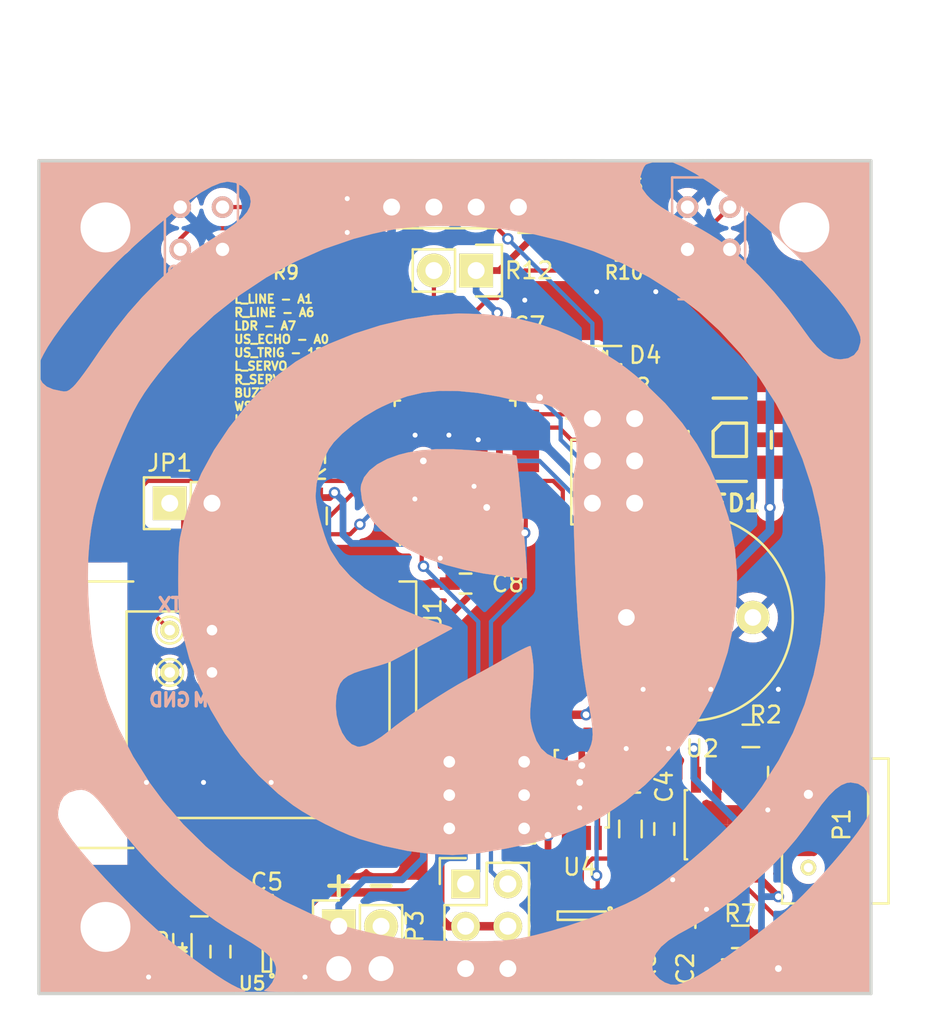
<source format=kicad_pcb>
(kicad_pcb (version 20221018) (generator pcbnew)
  (layers (0 "F.Cu" signal) (31 "B.Cu" signal) (34 "B.Paste" user) (35 "F.Paste" user) (36 "B.SilkS" user "B.Silkscreen") (37 "F.SilkS" user "F.Silkscreen") (38 "B.Mask" user) (39 "F.Mask" user) (44 "Edge.Cuts" user))
  (net 0 "")
  (net 1 "BUZZER")
  (net 2 "GND")
  (net 3 "+5V")
  (net 4 "+BATT")
  (net 5 "GNDA")
  (net 6 "Net-(C5-Pad1)")
  (net 7 "+3V3")
  (net 8 "Net-(D1-Pad1)")
  (net 9 "Net-(D2-Pad1)")
  (net 10 "L_SERVO")
  (net 11 "R_SERVO")
  (net 12 "MOSI")
  (net 13 "MISO")
  (net 14 "SCK")
  (net 15 "Net-(IC1-Pad20)")
  (net 16 "LDR_SENSOR")
  (net 17 "ECHO_US1")
  (net 18 "RESET")
  (net 19 "RXD")
  (net 20 "TXD")
  (net 21 "URXD_ESP")
  (net 22 "Net-(P1-Pad2)")
  (net 23 "Net-(P1-Pad3)")
  (net 24 "Net-(P1-Pad4)")
  (net 25 "PGM_ESP")
  (net 26 "VDD")
  (net 27 "Net-(QRD1-PadA)")
  (net 28 "Net-(QRD2-PadA)")
  (net 29 "Net-(R2-Pad1)")
  (net 30 "Net-(R6-Pad2)")
  (net 31 "Net-(R7-Pad2)")
  (net 32 "Net-(R8-Pad2)")
  (net 33 "Net-(SW1-Pad1)")
  (net 34 "Net-(SW1-Pad2)")
  (net 35 "Net-(SW1-Pad3)")
  (net 36 "Net-(SW1-Pad4)")
  (net 37 "Net-(U1-Pad15)")
  (net 38 "Net-(U1-Pad5)")
  (net 39 "Net-(U1-Pad6)")
  (net 40 "Net-(U1-Pad9)")
  (net 41 "Net-(U1-Pad10)")
  (net 42 "Net-(U1-Pad12)")
  (net 43 "Net-(U1-Pad13)")
  (net 44 "Net-(U1-Pad14)")
  (net 45 "OD")
  (net 46 "OC")
  (net 47 "Net-(U3-Pad4)")
  (net 48 "Net-(U4-Pad1)")
  (net 49 "R_LINE")
  (net 50 "L_LINE")
  (net 51 "Net-(IC1-Pad12)")
  (net 52 "Net-(IC1-Pad7)")
  (net 53 "Net-(IC1-Pad8)")
  (net 54 "Net-(LED1-Pad2)")
  (net 55 "Net-(IC1-Pad13)")
  (net 56 "Net-(IC1-Pad14)")
  (net 57 "Net-(IC1-Pad26)")
  (net 58 "Net-(IC1-Pad27)")
  (net 59 "Net-(IC1-Pad28)")
  (net 60 "Net-(IC1-Pad32)")
  (net 61 "Net-(IC1-Pad1)")
  (net 62 "Net-(IC1-Pad10)")
  (net 63 "Net-(IC1-Pad25)")
  (net 64 "Net-(R1-Pad1)")
  (net 65 "Net-(D3-Pad2)")
  (net 66 "Net-(D4-Pad2)")
  (footprint "Buzzers_Beepers:Buzzer_12x9.5RM7.6" (layer "F.Cu") (at 54.102 42.418)
    (fp_text reference "BZ1")
    (fp_text value "BUZZER")
  )
  (footprint "Capacitors_SMD:C_0603_HandSoldering" (layer "F.Cu") (at 62.23 49.53)
    (fp_text reference "C1")
    (fp_text value "10u")
  )
  (footprint "Capacitors_SMD:C_0603_HandSoldering" (layer "F.Cu") (at 53.848 60.706 90)
    (fp_text reference "C2")
    (fp_text value "10u")
  )
  (footprint "Capacitors_SMD:C_0603_HandSoldering" (layer "F.Cu") (at 50.038 60.706 -90)
    (fp_text reference "C3")
    (fp_text value "100n")
  )
  (footprint "Capacitors_SMD:C_0603_HandSoldering" (layer "F.Cu") (at 52.578 55.118 90)
    (fp_text reference "C4")
    (fp_text value "1u")
  )
  (footprint "Capacitors_SMD:C_0603_HandSoldering" (layer "F.Cu") (at 28.702 59.69)
    (fp_text reference "C5")
    (fp_text value "100n")
  )
  (footprint "Capacitors_SMD:C_0603_HandSoldering" (layer "F.Cu") (at 25.908 62.484 -90)
    (fp_text reference "C6")
    (fp_text value "1u")
  )
  (footprint "Capacitors_SMD:C_0603_HandSoldering" (layer "F.Cu") (at 43.18 26.035)
    (fp_text reference "C7")
    (fp_text value "100n")
  )
  (footprint "Capacitors_SMD:C_0603_HandSoldering" (layer "F.Cu") (at 40.64 40.386 180)
    (fp_text reference "C8")
    (fp_text value "100n")
  )
  (footprint "LEDs:LED-0603" (layer "F.Cu") (at 61.595 63.5 180)
    (fp_text reference "D1")
    (fp_text value "CHRG")
  )
  (footprint "LEDs:LED-0603" (layer "F.Cu") (at 57.15 63.5)
    (fp_text reference "D2")
    (fp_text value "STDBY")
  )
  (footprint "LEDs:LED-0603" (layer "F.Cu") (at 23.622 62.23 90)
    (fp_text reference "D3")
    (fp_text value "PWR")
  )
  (footprint "LEDs:LED-0603" (layer "F.Cu") (at 48.895 26.67 180)
    (fp_text reference "D4")
    (fp_text value "L13")
  )
  (footprint "Housings_QFP:TQFP-32_7x7mm_Pitch0.8mm" (layer "F.Cu") (at 40.005 33.02 90)
    (fp_text reference "IC1")
    (fp_text value "ATMEGA328P-A")
  )
  (footprint "Pin_Headers:Pin_Header_Straight_1x02" (layer "F.Cu") (at 22.86 35.56 90)
    (fp_text reference "JP1")
    (fp_text value "ESP_RX")
  )
  (footprint "Connect:PINTST" (layer "F.Cu") (at 25.4 45.72)
    (fp_text reference "P2" hide)
    (fp_text value "TST")
  )
  (footprint "Pin_Headers:Pin_Header_Straight_1x02" (layer "F.Cu") (at 33.02 60.96 90)
    (fp_text reference "P3")
    (fp_text value "BATT")
  )
  (footprint "Connect:PINTST" (layer "F.Cu") (at 25.4 43.18)
    (fp_text reference "P4" hide)
    (fp_text value "TST")
  )
  (footprint "Connect:PINTST" (layer "F.Cu") (at 22.86 43.18)
    (fp_text reference "P5" hide)
    (fp_text value "TST")
  )
  (footprint "Connect:PINTST" (layer "F.Cu") (at 22.86 45.72)
    (fp_text reference "P6" hide)
    (fp_text value "TST")
  )
  (footprint "Pin_Headers:Pin_Header_Straight_2x03" (layer "F.Cu") (at 48.26 30.48)
    (fp_text reference "P8")
    (fp_text value "ICSP")
  )
  (footprint "Resistors_SMD:R_0603_HandSoldering" (layer "F.Cu") (at 57.785 49.53 180)
    (fp_text reference "R2")
    (fp_text value "1K2")
  )
  (footprint "Resistors_SMD:R_0603_HandSoldering" (layer "F.Cu") (at 61.595 61.595 180)
    (fp_text reference "R6")
    (fp_text value "1K")
  )
  (footprint "Resistors_SMD:R_0603_HandSoldering" (layer "F.Cu") (at 57.15 61.595)
    (fp_text reference "R7")
    (fp_text value "1K")
  )
  (footprint "Resistors_SMD:R_0603_HandSoldering" (layer "F.Cu") (at 51.562 60.706 -90)
    (fp_text reference "R8")
    (fp_text value "100")
  )
  (footprint "Pin_Headers:Pin_Header_Straight_1x02" (layer "F.Cu") (at 41.275 21.59 -90)
    (fp_text reference "R12")
    (fp_text value "LDR")
  )
  (footprint "Resistors_SMD:R_0603_HandSoldering" (layer "F.Cu") (at 29.845 17.78 180)
    (fp_text reference "R14")
    (fp_text value "220")
  )
  (footprint "Resistors_SMD:R_0603_HandSoldering" (layer "F.Cu") (at 50.165 17.78)
    (fp_text reference "R15")
    (fp_text value "220")
  )
  (footprint "RoDI:SW_DPDT_5.8" (layer "F.Cu") (at 41.91 53.086 -90)
    (fp_text reference "SW1")
    (fp_text value "ON_OFF")
  )
  (footprint "RoDI:ESP8266_ESP-07" (layer "F.Cu") (at 26.67 48.26 180)
    (fp_text reference "U1")
    (fp_text value "ESP8266-07")
  )
  (footprint "Housings_SOIC:SOIC-8-1EP_3.9x4.9mm_Pitch1.27mm" (layer "F.Cu") (at 56.388 54.864 -90)
    (fp_text reference "U2")
    (fp_text value "TP4056")
  )
  (footprint "TO_SOT_Packages_SMD:SOT-23-6" (layer "F.Cu") (at 47.625 60.325 -90)
    (fp_text reference "U3")
    (fp_text value "DW01-G")
  )
  (footprint "Housings_SSOP:TSSOP-8_4.4x3mm_Pitch0.65mm" (layer "F.Cu") (at 47.625 52.705 -90)
    (fp_text reference "U4")
    (fp_text value "FS8205")
  )
  (footprint "TO_SOT_Packages_SMD:SOT-23-5" (layer "F.Cu") (at 28.702 62.23 180)
    (fp_text reference "U5")
    (fp_text value "SGM2019")
  )
  (footprint "Pin_Headers:Pin_Header_Straight_1x04" (layer "F.Cu") (at 43.815 17.78 -90)
    (fp_text reference "P12")
    (fp_text value "US1")
  )
  (footprint "Mounting_Holes:MountingHole_3mm" (layer "F.Cu") (at 19 19)
    (fp_text reference "REF**" hide)
    (fp_text value "MountingHole_3mm")
  )
  (footprint "Mounting_Holes:MountingHole_3mm" (layer "F.Cu") (at 61 19)
    (fp_text reference "REF**" hide)
    (fp_text value "MountingHole_3mm")
  )
  (footprint "RoDI:RoDI_Logo_CopperTop_5mm_Inv" (layer "F.Cu") (at 23.255 25.757)
    (fp_text reference "G***" hide)
    (fp_text value "RoDI_Logo_CopperTop_5mm_Inv" hide)
  )
  (footprint "RoDI:RoDI_Logo_SoldermaskTop_5mm" (layer "F.Cu") (at 59.69 24.765)
    (fp_text reference "G***" hide)
    (fp_text value "RoDI_Logo_SoldermaskTop_5mm" hide)
  )
  (footprint "RoDI:VIA-0.6mm" (layer "F.Cu") (at 39.116 38.862)
    (fp_text reference "REF**" hide)
    (fp_text value "VIA-0.6mm" hide)
  )
  (footprint "RoDI:VIA-0.6mm" (layer "F.Cu") (at 37.592 35.306)
    (fp_text reference "REF**" hide)
    (fp_text value "VIA-0.6mm" hide)
  )
  (footprint "RoDI:VIA-0.6mm" (layer "F.Cu") (at 41.148 34.544)
    (fp_text reference "REF**" hide)
    (fp_text value "VIA-0.6mm" hide)
  )
  (footprint "RoDI:VIA-0.6mm" (layer "F.Cu") (at 37.606 31.472)
    (fp_text reference "REF**" hide)
    (fp_text value "VIA-0.6mm" hide)
  )
  (footprint "RoDI:VIA-0.6mm" (layer "F.Cu") (at 39.638 31.472)
    (fp_text reference "REF**" hide)
    (fp_text value "VIA-0.6mm" hide)
  )
  (footprint "RoDI:VIA-0.6mm" (layer "F.Cu") (at 41.402 31.75)
    (fp_text reference "REF**" hide)
    (fp_text value "VIA-0.6mm" hide)
  )
  (footprint "RoDI:VIA-0.6mm" (layer "F.Cu") (at 52.832 50.292)
    (fp_text reference "REF**" hide)
    (fp_text value "VIA-0.6mm" hide)
  )
  (footprint "RoDI:VIA-0.6mm" (layer "F.Cu") (at 53.086 58.166)
    (fp_text reference "REF**" hide)
    (fp_text value "VIA-0.6mm" hide)
  )
  (footprint "RoDI:VIA-0.6mm" (layer "F.Cu") (at 50.292 50.292)
    (fp_text reference "REF**" hide)
    (fp_text value "VIA-0.6mm" hide)
  )
  (footprint "RoDI:VIA-0.6mm" (layer "F.Cu") (at 55.118 59.944)
    (fp_text reference "REF**" hide)
    (fp_text value "VIA-0.6mm" hide)
  )
  (footprint "RoDI:VIA-0.6mm" (layer "F.Cu") (at 21.463 52.324)
    (fp_text reference "REF**" hide)
    (fp_text value "VIA-0.6mm" hide)
  )
  (footprint "RoDI:VIA-0.6mm" (layer "F.Cu") (at 28.956 52.324)
    (fp_text reference "REF**" hide)
    (fp_text value "VIA-0.6mm" hide)
  )
  (footprint "RoDI:VIA-0.6mm" (layer "F.Cu") (at 24.892 52.324)
    (fp_text reference "REF**11" hide)
    (fp_text value "VIA-0.6mm" hide)
  )
  (footprint "RoDI:VIA-0.6mm" (layer "F.Cu") (at 59.436 46.736)
    (fp_text reference "REF**" hide)
    (fp_text value "VIA-0.6mm" hide)
  )
  (footprint "RoDI:VIA-0.6mm" (layer "F.Cu") (at 55.372 46.736)
    (fp_text reference "REF**" hide)
    (fp_text value "VIA-0.6mm" hide)
  )
  (footprint "RoDI:VIA-0.6mm" (layer "F.Cu") (at 51.308 46.736)
    (fp_text reference "REF**" hide)
    (fp_text value "VIA-0.6mm" hide)
  )
  (footprint "RoDI:VIA-0.6mm" (layer "F.Cu") (at 44.196 23.368)
    (fp_text reference "REF**" hide)
    (fp_text value "VIA-0.6mm" hide)
  )
  (footprint "RoDI:VIA-0.6mm" (layer "F.Cu") (at 48.514 22.86)
    (fp_text reference "REF**" hide)
    (fp_text value "VIA-0.6mm" hide)
  )
  (footprint "RoDI:VIA-0.6mm" (layer "F.Cu") (at 52.07 22.86)
    (fp_text reference "REF**" hide)
    (fp_text value "VIA-0.6mm" hide)
  )
  (footprint "RoDI:VIA-0.6mm" (layer "F.Cu") (at 33.528 17.272)
    (fp_text reference "REF**" hide)
    (fp_text value "VIA-0.6mm" hide)
  )
  (footprint "RoDI:VIA-0.6mm" (layer "F.Cu") (at 33.528 19.304)
    (fp_text reference "REF**" hide)
    (fp_text value "VIA-0.6mm" hide)
  )
  (footprint "RoDI:VIA-0.6mm" (layer "F.Cu") (at 21.59 64.008)
    (fp_text reference "REF**" hide)
    (fp_text value "VIA-0.6mm" hide)
  )
  (footprint "RoDI:WS2812B" (layer "F.Cu") (at 56.515 31.75 -90)
    (fp_text reference "LED1")
    (fp_text value "WS2812B")
  )
  (footprint "Pin_Headers:Pin_Header_Straight_2x03" (layer "F.Cu") (at 40.64 58.42)
    (fp_text reference "P7")
    (fp_text value "CONN_02X03")
  )
  (footprint "Resistors_SMD:R_0603_HandSoldering" (layer "F.Cu") (at 50.546 55.118 90)
    (fp_text reference "R1")
    (fp_text value "1K")
  )
  (footprint "Resistors_SMD:R_0603_HandSoldering" (layer "F.Cu") (at 40.005 25.4 -90)
    (fp_text reference "R3")
    (fp_text value "1K")
  )
  (footprint "Resistors_SMD:R_0603_HandSoldering" (layer "F.Cu") (at 24.638 59.69 180)
    (fp_text reference "R4")
    (fp_text value "1K")
  )
  (footprint "Resistors_SMD:R_0603_HandSoldering" (layer "F.Cu") (at 46.355 27.94 90)
    (fp_text reference "R5")
    (fp_text value "1K")
  )
  (footprint "Mounting_Holes:MountingHole_3mm" (layer "F.Cu") (at 19 61)
    (fp_text reference "REF**" hide)
    (fp_text value "MountingHole_3mm")
  )
  (footprint "Resistors_SMD:R_0603_HandSoldering" (layer "F.Cu") (at 29.845 20.32)
    (fp_text reference "R9")
    (fp_text value "10K")
  )
  (footprint "Resistors_SMD:R_0603_HandSoldering" (layer "F.Cu") (at 50.165 20.32 180)
    (fp_text reference "R10")
    (fp_text value "10K")
  )
  (footprint "Resistors_SMD:R_0603_HandSoldering" (layer "F.Cu") (at 29.718 36.322 -90)
    (fp_text reference "R11")
    (fp_text value "10K")
  )
  (footprint "Resistors_SMD:R_0603_HandSoldering" (layer "F.Cu") (at 31.623 36.322 -90)
    (fp_text reference "R13")
    (fp_text value "10K")
  )
  (footprint "RoDI:VIA-0.6mm" (layer "F.Cu") (at 30.988 64.008)
    (fp_text reference "REF**11" hide)
    (fp_text value "VIA-0.6mm" hide)
  )
  (footprint "RoDI:VIA-0.6mm" (layer "F.Cu") (at 47.498 53.848)
    (fp_text reference "REF**" hide)
    (fp_text value "VIA-0.6mm" hide)
  )
  (footprint "RoDI:hole_1.5mm" (layer "F.Cu") (at 33.02 63.5)
    (fp_text reference "REF**" hide)
    (fp_text value "hole_1.5mm" hide)
  )
  (footprint "RoDI:hole_1.5mm" (layer "F.Cu") (at 35.56 63.5)
    (fp_text reference "REF**" hide)
    (fp_text value "hole_1.5mm" hide)
  )
  (footprint "RoDI:USB_Micro-B" (layer "F.Cu") (at 62.24 55.24 90)
    (fp_text reference "P1")
    (fp_text value "USB_OTG")
  )
  (footprint "RoDI:VIA-0.6mm" (layer "F.Cu") (at 58.801 53.975)
    (fp_text reference "REF**11" hide)
    (fp_text value "VIA-0.6mm" hide)
  )
  (footprint "RoDI:QRD1114" (layer "B.Cu") (at 24.765 19.05)
    (fp_text reference "QRD1")
    (fp_text value "L_LINE")
  )
  (footprint "RoDI:QRD1114" (layer "B.Cu") (at 55.245 19.05)
    (fp_text reference "QRD2")
    (fp_text value "R_LINE")
  )
  (footprint "RoDI:RoDI_Logo_SilkscreenTop_50mm_Inv" (layer "B.Cu") (at 40.005 39.878 180)
    (fp_text reference "G***" hide)
    (fp_text value "RoDI_Logo_SilkscreenTop_50mm_Inv" hide)
  )
  (gr_line (start 65 65) (end 15 65) (stroke (width 0.2)) (layer "Edge.Cuts"))
  (gr_line (start 15 65) (end 15 15) (stroke (width 0.2)) (layer "Edge.Cuts"))
  (gr_line (start 65 15) (end 65 65) (stroke (width 0.2)) (layer "Edge.Cuts"))
  (gr_line (start 15 15) (end 65 15) (stroke (width 0.2)) (layer "Edge.Cuts"))
  (gr_text "@garyservin\nv1.2 - 20160504" (at 17.145 27.051 270) (layer "F.Cu") (effects (font (size 1 1) (thickness 0.1778))))
  (gr_text "RX" (at 25.527 41.656) (layer "B.SilkS") (effects (font (size 0.8 0.8) (thickness 0.2)) (justify mirror)))
  (gr_text "PGM" (at 25.527 47.371) (layer "B.SilkS") (effects (font (size 0.8 0.8) (thickness 0.2)) (justify mirror)))
  (gr_text "GND\n" (at 22.86 47.371) (layer "B.SilkS") (effects (font (size 0.8 0.8) (thickness 0.2)) (justify mirror)))
  (gr_text "TX" (at 22.86 41.656) (layer "B.SilkS") (effects (font (size 0.8 0.8) (thickness 0.2)) (justify mirror)))
  (gr_text "-" (at 35.56 58.42) (layer "F.SilkS") (effects (font (size 1.5 1.5) (thickness 0.25))))
  (gr_text "+" (at 33.02 58.42) (layer "F.SilkS") (effects (font (size 1.5 1.5) (thickness 0.25))))
  (gr_text "L_LINE - A1 \nR_LINE - A6\nLDR - A7\nUS_ECHO - A0\nUS_TRIG - 12\nL_SERVO - 4\nR_SERVO - 5\nBUZZER - 7\nWS2812 - 11\nLED - 13\n" (at 26.67 26.924) (layer "F.SilkS") (effects (font (size 0.5 0.5) (thickness 0.125)) (justify left)))
  (segment (start 45.904 34.22) (end 46.482 34.798) (width 0.254) (layer "F.Cu") (net 1))
  (segment (start 46.482 34.798) (end 46.482 36.068) (width 0.254) (layer "F.Cu") (net 1))
  (segment (start 46.482 36.068) (end 46.482 36.322) (width 0.254) (layer "F.Cu") (net 1))
  (segment (start 46.482 38.59784) (end 50.30216 42.418) (width 0.254) (layer "F.Cu") (net 1))
  (segment (start 46.482 36.322) (end 46.482 38.59784) (width 0.254) (layer "F.Cu") (net 1))
  (segment (start 44.255 34.22) (end 45.904 34.22) (width 0.254) (layer "F.Cu") (net 1))
  (segment (start 56.825 49.67) (end 56.685 49.53) (width 0.4064) (layer "F.Cu") (net 2))
  (segment (start 40.405 38.335) (end 40.005 38.735) (width 0.508) (layer "F.Cu") (net 2))
  (segment (start 40.005 38.735) (end 39.37 38.735) (width 0.508) (layer "F.Cu") (net 2))
  (segment (start 38.805 38.17) (end 39.37 38.735) (width 0.4) (layer "F.Cu") (net 2))
  (segment (start 38.805 35.109) (end 39.605 34.309) (width 0.508) (layer "F.Cu") (net 2))
  (segment (start 39.605 34.309) (end 39.605 28.77) (width 0.508) (layer "F.Cu") (net 2))
  (segment (start 53.848 58.928) (end 53.086 58.166) (width 0.508) (layer "F.Cu") (net 2))
  (segment (start 30.988 62.738) (end 30.48 62.23) (width 0.508) (layer "F.Cu") (net 2))
  (segment (start 30.48 62.23) (end 29.802 62.23) (width 0.508) (layer "F.Cu") (net 2))
  (segment (start 47.625 55.655) (end 47.95 55.655) (width 0.4064) (layer "F.Cu") (net 2))
  (segment (start 47.625 53.975) (end 47.498 53.848) (width 0.508) (layer "F.Cu") (net 2))
  (segment (start 63.18 51.54254) (end 63.37746 51.74) (width 0.508) (layer "F.Cu") (net 2))
  (segment (start 58.8351 53.9409) (end 58.801 53.975) (width 0.508) (layer "F.Cu") (net 2))
  (segment (start 47.3 55.655) (end 47.625 55.655) (width 0.4064) (layer "F.Cu") (net 2))
  (segment (start 47.625 55.655) (end 47.625 53.975) (width 0.508) (layer "F.Cu") (net 2))
  (segment (start 63.18 49.53) (end 63.18 51.54254) (width 0.508) (layer "F.Cu") (net 2))
  (segment (start 38.805 37.27) (end 38.805 35.109) (width 0.508) (layer "F.Cu") (net 2))
  (segment (start 39.605 28.77) (end 39.605 26.9) (width 0.508) (layer "F.Cu") (net 2))
  (segment (start 38.805 37.27) (end 38.805 38.17) (width 0.508) (layer "F.Cu") (net 2))
  (segment (start 53.848 59.756) (end 53.848 58.928) (width 0.508) (layer "F.Cu") (net 2))
  (segment (start 30.988 64.008) (end 30.988 62.738) (width 0.508) (layer "F.Cu") (net 2))
  (segment (start 40.405 38.335) (end 40.405 37.27) (width 0.508) (layer "F.Cu") (net 2))
  (segment (start 60.45246 53.9409) (end 58.8351 53.9409) (width 0.508) (layer "F.Cu") (net 2))
  (segment (start 59.436 63.5) (end 60.8457 63.5) (width 0.4064) (layer "F.Cu") (net 3))
  (segment (start 54.356 50.292) (end 54.483 50.419) (width 0.4064) (layer "F.Cu") (net 3))
  (segment (start 54.483 52.164) (end 54.483 50.419) (width 0.4064) (layer "F.Cu") (net 3))
  (segment (start 58.293 58.039) (end 59.436 59.182) (width 0.4064) (layer "F.Cu") (net 3))
  (segment (start 59.3111 56.5459) (end 58.293 57.564) (width 0.4064) (layer "F.Cu") (net 3))
  (segment (start 61.5691 56.5409) (end 62.23 55.88) (width 0.4064) (layer "F.Cu") (net 3))
  (segment (start 62.23 55.88) (end 62.23 50.48) (width 0.4064) (layer "F.Cu") (net 3))
  (segment (start 62.23 50.48) (end 61.28 49.53) (width 0.4064) (layer "F.Cu") (net 3))
  (segment (start 60.49246 56.5459) (end 59.3111 56.5459) (width 0.4064) (layer "F.Cu") (net 3))
  (segment (start 57.8993 63.5) (end 59.436 63.5) (width 0.4064) (layer "F.Cu") (net 3))
  (segment (start 60.67746 56.5409) (end 61.5691 56.5409) (width 0.4064) (layer "F.Cu") (net 3))
  (segment (start 58.293 57.564) (end 58.293 58.039) (width 0.4064) (layer "F.Cu") (net 3))
  (via (at 59.436 63.5) (size 0.6858) (drill 0.4064) (layers "F.Cu" "B.Cu") (net 3))
  (via (at 54.356 50.292) (size 0.6858) (drill 0.4064) (layers "F.Cu" "B.Cu") (net 3))
  (via (at 59.436 59.182) (size 0.6858) (drill 0.4064) (layers "F.Cu" "B.Cu") (net 3))
  (segment (start 58.42 62.484) (end 59.436 63.5) (width 0.4064) (layer "B.Cu") (net 3))
  (segment (start 58.42 62.484) (end 58.42 59.182) (width 0.4064) (layer "B.Cu") (net 3))
  (segment (start 58.42 56.134) (end 54.356 52.07) (width 0.4064) (layer "B.Cu") (net 3))
  (segment (start 54.356 52.07) (end 54.356 50.292) (width 0.4064) (layer "B.Cu") (net 3))
  (segment (start 59.436 59.182) (end 58.42 59.182) (width 0.4064) (layer "B.Cu") (net 3))
  (segment (start 58.42 59.182) (end 58.42 56.134) (width 0.4064) (layer "B.Cu") (net 3))
  (segment (start 52.987 56.068) (end 54.483 57.564) (width 0.4064) (layer "F.Cu") (net 4))
  (segment (start 51.412 59.756) (end 51.562 59.606) (width 0.4064) (layer "F.Cu") (net 4))
  (segment (start 53.612 61.656) (end 51.562 59.606) (width 0.4064) (layer "F.Cu") (net 4))
  (segment (start 51.562 57.084) (end 52.578 56.068) (width 0.4064) (layer "F.Cu") (net 4))
  (segment (start 39.751 53.086) (end 41.148 51.689) (width 0.4064) (layer "F.Cu") (net 4))
  (segment (start 41.148 51.689) (end 41.148 48.641) (width 0.4064) (layer "F.Cu") (net 4))
  (segment (start 41.148 48.641) (end 43.18 46.609) (width 0.4064) (layer "F.Cu") (net 4))
  (segment (start 43.18 46.609) (end 48.768 46.609) (width 0.4064) (layer "F.Cu") (net 4))
  (segment (start 48.768 46.609) (end 51.562 49.403) (width 0.4064) (layer "F.Cu") (net 4))
  (segment (start 51.562 49.403) (end 51.562 51.308) (width 0.4064) (layer "F.Cu") (net 4))
  (segment (start 51.562 51.308) (end 54.483 54.229) (width 0.4064) (layer "F.Cu") (net 4))
  (segment (start 54.483 54.229) (end 54.483 57.564) (width 0.4064) (layer "F.Cu") (net 4))
  (segment (start 52.578 56.068) (end 52.987 56.068) (width 0.4064) (layer "F.Cu") (net 4))
  (segment (start 51.562 59.606) (end 51.562 57.084) (width 0.4064) (layer "F.Cu") (net 4))
  (segment (start 50.038 59.756) (end 51.412 59.756) (width 0.4064) (layer "F.Cu") (net 4))
  (segment (start 53.848 61.656) (end 53.612 61.656) (width 0.4064) (layer "F.Cu") (net 4))
  (segment (start 39.66 53.086) (end 39.751 53.086) (width 0.4064) (layer "F.Cu") (net 4))
  (segment (start 33.02 59.69) (end 34.544 58.166) (width 0.4064) (layer "B.Cu") (net 4))
  (segment (start 34.544 58.166) (end 36.83 58.166) (width 0.4064) (layer "B.Cu") (net 4))
  (segment (start 36.83 58.166) (end 38.1 56.896) (width 0.4064) (layer "B.Cu") (net 4))
  (segment (start 38.1 56.896) (end 38.1 54.646) (width 0.4064) (layer "B.Cu") (net 4))
  (segment (start 38.1 54.646) (end 39.66 53.086) (width 0.4064) (layer "B.Cu") (net 4))
  (segment (start 33.02 60.96) (end 33.02 59.69) (width 0.4064) (layer "B.Cu") (net 4))
  (segment (start 47.625 49.755) (end 47.95 49.755) (width 0.4) (layer "F.Cu") (net 5))
  (segment (start 49.807 61.425) (end 50.038 61.656) (width 0.4064) (layer "F.Cu") (net 5))
  (segment (start 47.625 49.755) (end 47.625 51.308) (width 0.4064) (layer "F.Cu") (net 5))
  (segment (start 35.56 61.468) (end 36.322 62.23) (width 0.4064) (layer "F.Cu") (net 5))
  (segment (start 36.322 62.23) (end 44.704 62.23) (width 0.4064) (layer "F.Cu") (net 5))
  (segment (start 44.704 62.23) (end 45.466 61.468) (width 0.4064) (layer "F.Cu") (net 5))
  (segment (start 45.466 60.96) (end 45.974 60.452) (width 0.4064) (layer "F.Cu") (net 5))
  (segment (start 45.974 60.452) (end 48.26 60.452) (width 0.4064) (layer "F.Cu") (net 5))
  (segment (start 48.26 60.452) (end 48.575 60.767) (width 0.4064) (layer "F.Cu") (net 5))
  (segment (start 48.575 60.767) (end 48.575 61.425) (width 0.4064) (layer "F.Cu") (net 5))
  (segment (start 45.593 60.071) (end 45.974 60.452) (width 0.4064) (layer "F.Cu") (net 5))
  (segment (start 35.56 60.96) (end 35.56 61.468) (width 0.4064) (layer "F.Cu") (net 5))
  (segment (start 45.593 55.499) (end 45.593 60.071) (width 0.4064) (layer "F.Cu") (net 5))
  (segment (start 45.466 61.468) (end 45.466 60.96) (width 0.4064) (layer "F.Cu") (net 5))
  (segment (start 48.575 61.425) (end 49.807 61.425) (width 0.4064) (layer "F.Cu") (net 5))
  (segment (start 47.3 49.755) (end 47.625 49.755) (width 0.4064) (layer "F.Cu") (net 5))
  (via (at 47.625 51.308) (size 0.6858) (drill 0.4064) (layers "F.Cu" "B.Cu") (net 5))
  (via (at 45.593 55.499) (size 0.6858) (drill 0.4064) (layers "F.Cu" "B.Cu") (net 5))
  (segment (start 45.593 55.499) (end 46.609 54.483) (width 0.4064) (layer "B.Cu") (net 5))
  (segment (start 46.609 54.483) (end 46.609 51.943) (width 0.4064) (layer "B.Cu") (net 5))
  (segment (start 46.609 51.943) (end 47.244 51.308) (width 0.4064) (layer "B.Cu") (net 5))
  (segment (start 47.244 51.308) (end 47.625 51.308) (width 0.4064) (layer "B.Cu") (net 5))
  (segment (start 27.752 61.13) (end 27.602 61.28) (width 0.254) (layer "F.Cu") (net 6))
  (segment (start 27.752 59.69) (end 27.752 61.13) (width 0.254) (layer "F.Cu") (net 6))
  (segment (start 49.065 17.315) (end 47.625 15.875) (width 0.4064) (layer "F.Cu") (net 7))
  (segment (start 47.625 15.875) (end 32.385 15.875) (width 0.4064) (layer "F.Cu") (net 7))
  (segment (start 32.385 15.875) (end 30.945 17.315) (width 0.4064) (layer "F.Cu") (net 7))
  (segment (start 30.945 17.315) (end 30.945 17.78) (width 0.4064) (layer "F.Cu") (net 7))
  (segment (start 42.005 26.26) (end 42.23 26.035) (width 0.4064) (layer "F.Cu") (net 7))
  (segment (start 42.545 25.72) (end 42.23 26.035) (width 0.4064) (layer "F.Cu") (net 7))
  (segment (start 39.605 36.087) (end 39.878 35.814) (width 0.4064) (layer "F.Cu") (net 7))
  (segment (start 39.878 35.814) (end 41.148 35.814) (width 0.4064) (layer "F.Cu") (net 7))
  (segment (start 41.91 35.814) (end 42.672 35.052) (width 0.4064) (layer "F.Cu") (net 7))
  (segment (start 42.672 35.052) (end 42.672 30.734) (width 0.4064) (layer "F.Cu") (net 7))
  (segment (start 42.672 30.734) (end 42.005 30.067) (width 0.4064) (layer "F.Cu") (net 7))
  (segment (start 42.005 30.067) (end 42.005 28.77) (width 0.4064) (layer "F.Cu") (net 7))
  (segment (start 41.205 35.814) (end 41.148 35.814) (width 0.4064) (layer "F.Cu") (net 7))
  (segment (start 41.148 35.814) (end 41.91 35.814) (width 0.4064) (layer "F.Cu") (net 7))
  (segment (start 44.135 27.94) (end 44.196 28.001) (width 0.4064) (layer "F.Cu") (net 7))
  (segment (start 44.196 28.001) (end 42.23 26.035) (width 0.4064) (layer "F.Cu") (net 7))
  (segment (start 47.305 28.001) (end 48.26 28.956) (width 0.4064) (layer "F.Cu") (net 7))
  (segment (start 48.26 28.956) (end 50.292 28.956) (width 0.4064) (layer "F.Cu") (net 7))
  (segment (start 50.292 28.956) (end 50.8 29.464) (width 0.4064) (layer "F.Cu") (net 7))
  (segment (start 50.8 29.464) (end 50.8 30.48) (width 0.4064) (layer "F.Cu") (net 7))
  (segment (start 41.205 40.001) (end 41.59 40.386) (width 0.4064) (layer "F.Cu") (net 7))
  (segment (start 42.672 21.59) (end 46.482 17.78) (width 0.4064) (layer "F.Cu") (net 7))
  (segment (start 46.482 17.78) (end 49.065 17.78) (width 0.4064) (layer "F.Cu") (net 7))
  (segment (start 27.554 63.18) (end 25.908 61.534) (width 0.4064) (layer "F.Cu") (net 7))
  (segment (start 25.908 59.7965) (end 25.8015 59.69) (width 0.4064) (layer "F.Cu") (net 7))
  (segment (start 32.469 35.222) (end 32.766 34.925) (width 0.4064) (layer "F.Cu") (net 7))
  (segment (start 25.67 55.102) (end 26.416 54.356) (width 0.4064) (layer "F.Cu") (net 7))
  (segment (start 26.416 54.356) (end 35.052 54.356) (width 0.4064) (layer "F.Cu") (net 7))
  (segment (start 35.052 54.356) (end 35.67 54.974) (width 0.4064) (layer "F.Cu") (net 7))
  (segment (start 35.67 54.974) (end 35.67 56.26) (width 0.4064) (layer "F.Cu") (net 7))
  (segment (start 35.67 46.306) (end 41.59 40.386) (width 0.4064) (layer "F.Cu") (net 7))
  (segment (start 25.738 56.328) (end 25.67 56.26) (width 0.4064) (layer "F.Cu") (net 7))
  (segment (start 25.908 61.534) (end 25.908 59.7965) (width 0.4064) (layer "F.Cu") (net 7))
  (segment (start 31.623 35.222) (end 32.469 35.222) (width 0.4064) (layer "F.Cu") (net 7))
  (segment (start 27.602 63.18) (end 27.554 63.18) (width 0.4064) (layer "F.Cu") (net 7))
  (segment (start 35.67 56.26) (end 35.67 46.306) (width 0.4064) (layer "F.Cu") (net 7))
  (segment (start 29.718 35.222) (end 31.623 35.222) (width 0.4064) (layer "F.Cu") (net 7))
  (segment (start 44.196 28.001) (end 47.305 28.001) (width 0.4064) (layer "F.Cu") (net 7))
  (segment (start 41.275 21.59) (end 42.672 21.59) (width 0.4064) (layer "F.Cu") (net 7))
  (segment (start 49.065 17.78) (end 49.065 20.32) (width 0.4064) (layer "F.Cu") (net 7))
  (segment (start 39.605 37.27) (end 39.605 36.087) (width 0.4064) (layer "F.Cu") (net 7))
  (segment (start 41.205 37.27) (end 41.205 40.001) (width 0.4064) (layer "F.Cu") (net 7))
  (segment (start 42.005 28.77) (end 42.005 26.26) (width 0.4064) (layer "F.Cu") (net 7))
  (segment (start 25.738 59.69) (end 25.738 56.328) (width 0.4064) (layer "F.Cu") (net 7))
  (segment (start 25.67 56.26) (end 25.67 55.102) (width 0.4064) (layer "F.Cu") (net 7))
  (segment (start 49.065 17.78) (end 49.065 17.315) (width 0.4064) (layer "F.Cu") (net 7))
  (segment (start 42.545 25.72) (end 42.545 24.13) (width 0.4064) (layer "F.Cu") (net 7))
  (segment (start 30.945 17.78) (end 30.945 20.32) (width 0.4064) (layer "F.Cu") (net 7))
  (segment (start 41.205 37.27) (end 41.205 35.814) (width 0.4064) (layer "F.Cu") (net 7))
  (via (at 32.766 34.925) (size 0.6858) (drill 0.4064) (layers "F.Cu" "B.Cu") (net 7))
  (via (at 41.91 35.814) (size 0.6858) (drill 0.4064) (layers "F.Cu" "B.Cu") (net 7))
  (via (at 42.545 24.13) (size 0.6858) (drill 0.4) (layers "F.Cu" "B.Cu") (net 7))
  (segment (start 42.545 24.13) (end 41.275 22.86) (width 0.4064) (layer "B.Cu") (net 7))
  (segment (start 41.275 22.86) (end 41.275 21.59) (width 0.4064) (layer "B.Cu") (net 7))
  (segment (start 32.766 34.925) (end 33.274 35.433) (width 0.4064) (layer "B.Cu") (net 7))
  (segment (start 33.274 35.433) (end 33.274 37.465) (width 0.4064) (layer "B.Cu") (net 7))
  (segment (start 33.274 37.465) (end 33.782 37.973) (width 0.4064) (layer "B.Cu") (net 7))
  (segment (start 33.782 37.973) (end 39.751 37.973) (width 0.4064) (layer "B.Cu") (net 7))
  (segment (start 39.751 37.973) (end 41.91 35.814) (width 0.4064) (layer "B.Cu") (net 7))
  (segment (start 62.695 63.1493) (end 62.3443 63.5) (width 0.254) (layer "F.Cu") (net 8))
  (segment (start 62.695 61.595) (end 62.695 63.1493) (width 0.254) (layer "F.Cu") (net 8))
  (segment (start 56.05 63.1493) (end 56.4007 63.5) (width 0.254) (layer "F.Cu") (net 9))
  (segment (start 56.05 61.595) (end 56.05 63.1493) (width 0.254) (layer "F.Cu") (net 9))
  (segment (start 38.114 39.346) (end 38.005 39.237) (width 0.254) (layer "F.Cu") (net 10))
  (segment (start 38.005 37.27) (end 38.005 39.237) (width 0.254) (layer "F.Cu") (net 10))
  (via (at 38.114 39.346) (size 0.6858) (drill 0.4064) (layers "F.Cu" "B.Cu") (net 10))
  (segment (start 38.114 39.384) (end 41.402 42.672) (width 0.254) (layer "B.Cu") (net 10))
  (segment (start 41.402 42.672) (end 41.402 57.658) (width 0.254) (layer "B.Cu") (net 10))
  (segment (start 41.402 57.658) (end 40.64 58.42) (width 0.254) (layer "B.Cu") (net 10))
  (segment (start 38.114 39.346) (end 38.114 39.384) (width 0.254) (layer "B.Cu") (net 10))
  (segment (start 44.196 37.338) (end 44.255 37.279) (width 0.254) (layer "F.Cu") (net 11))
  (segment (start 44.255 35.82) (end 44.255 37.279) (width 0.254) (layer "F.Cu") (net 11))
  (via (at 44.196 37.338) (size 0.6858) (drill 0.4064) (layers "F.Cu" "B.Cu") (net 11))
  (segment (start 44.196 40.64) (end 42.164 42.672) (width 0.254) (layer "B.Cu") (net 11))
  (segment (start 42.164 42.672) (end 42.164 57.404) (width 0.254) (layer "B.Cu") (net 11))
  (segment (start 42.926 58.42) (end 42.164 57.658) (width 0.254) (layer "B.Cu") (net 11))
  (segment (start 42.164 57.658) (end 42.164 57.404) (width 0.254) (layer "B.Cu") (net 11))
  (segment (start 43.18 58.42) (end 42.926 58.42) (width 0.254) (layer "B.Cu") (net 11))
  (segment (start 44.196 37.338) (end 44.196 40.64) (width 0.254) (layer "B.Cu") (net 11))
  (segment (start 46.26 31.02) (end 46.99 31.75) (width 0.254) (layer "F.Cu") (net 12))
  (segment (start 48.895 31.75) (end 50.165 33.02) (width 0.254) (layer "F.Cu") (net 12))
  (segment (start 50.165 33.02) (end 50.8 33.02) (width 0.254) (layer "F.Cu") (net 12))
  (segment (start 51.18 33.4) (end 50.8 33.02) (width 0.254) (layer "F.Cu") (net 12))
  (segment (start 44.255 31.02) (end 46.26 31.02) (width 0.254) (layer "F.Cu") (net 12))
  (segment (start 54.115 33.4) (end 51.18 33.4) (width 0.254) (layer "F.Cu") (net 12))
  (segment (start 46.99 31.75) (end 48.895 31.75) (width 0.254) (layer "F.Cu") (net 12))
  (segment (start 48 30.22) (end 48.26 30.48) (width 0.254) (layer "F.Cu") (net 13))
  (segment (start 44.255 30.22) (end 48 30.22) (width 0.254) (layer "F.Cu") (net 13))
  (segment (start 41.275 17.78) (end 43.18 19.685) (width 0.254) (layer "F.Cu") (net 13))
  (via (at 43.18 19.685) (size 0.6858) (drill 0.4) (layers "F.Cu" "B.Cu") (net 13))
  (segment (start 43.18 19.685) (end 48.26 24.765) (width 0.254) (layer "B.Cu") (net 13))
  (segment (start 48.26 24.765) (end 48.26 30.48) (width 0.254) (layer "B.Cu") (net 13))
  (segment (start 44.645 28.77) (end 45.085 29.21) (width 0.254) (layer "F.Cu") (net 14))
  (segment (start 46.185 29.21) (end 46.355 29.04) (width 0.254) (layer "F.Cu") (net 14))
  (segment (start 42.805 28.77) (end 44.645 28.77) (width 0.254) (layer "F.Cu") (net 14))
  (segment (start 45.085 29.21) (end 46.185 29.21) (width 0.254) (layer "F.Cu") (net 14))
  (via (at 45.085 29.21) (size 0.6858) (drill 0.4064) (layers "F.Cu" "B.Cu") (net 14))
  (segment (start 45.085 29.21) (end 46.355 30.48) (width 0.254) (layer "B.Cu") (net 14))
  (segment (start 46.355 30.48) (end 46.355 31.75) (width 0.254) (layer "B.Cu") (net 14))
  (segment (start 46.355 31.75) (end 47.625 33.02) (width 0.254) (layer "B.Cu") (net 14))
  (segment (start 47.625 33.02) (end 48.26 33.02) (width 0.254) (layer "B.Cu") (net 14))
  (segment (start 38.805 21.66) (end 38.735 21.59) (width 0.254) (layer "F.Cu") (net 16))
  (segment (start 38.735 28.7) (end 38.805 28.77) (width 0.254) (layer "F.Cu") (net 16))
  (segment (start 38.735 24.3) (end 38.735 24.13) (width 0.254) (layer "F.Cu") (net 16))
  (segment (start 38.735 24.13) (end 38.735 28.7) (width 0.254) (layer "F.Cu") (net 16))
  (segment (start 38.735 21.59) (end 38.735 24.13) (width 0.254) (layer "F.Cu") (net 16))
  (segment (start 40.005 24.3) (end 38.735 24.3) (width 0.254) (layer "F.Cu") (net 16))
  (segment (start 38.005 24.035) (end 36.83 22.86) (width 0.254) (layer "F.Cu") (net 17))
  (segment (start 36.83 22.86) (end 36.83 19.685) (width 0.254) (layer "F.Cu") (net 17))
  (segment (start 36.83 19.685) (end 38.735 17.78) (width 0.254) (layer "F.Cu") (net 17))
  (segment (start 38.005 28.77) (end 38.005 24.035) (width 0.254) (layer "F.Cu") (net 17))
  (segment (start 37.7 33.42) (end 38.1 33.02) (width 0.254) (layer "F.Cu") (net 18))
  (segment (start 31.623 40.213) (end 31.67 40.26) (width 0.254) (layer "F.Cu") (net 18))
  (segment (start 31.623 38.608) (end 31.623 40.213) (width 0.254) (layer "F.Cu") (net 18))
  (segment (start 34.29 36.83) (end 33.698 37.422) (width 0.254) (layer "F.Cu") (net 18))
  (segment (start 33.698 37.422) (end 31.623 37.422) (width 0.254) (layer "F.Cu") (net 18))
  (segment (start 35.755 33.42) (end 37.7 33.42) (width 0.254) (layer "F.Cu") (net 18))
  (segment (start 31.623 37.422) (end 31.623 38.608) (width 0.254) (layer "F.Cu") (net 18))
  (via (at 34.29 36.83) (size 0.6858) (drill 0.4064) (layers "F.Cu" "B.Cu") (net 18))
  (via (at 38.1 33.02) (size 0.6858) (drill 0.4) (layers "F.Cu" "B.Cu") (net 18))
  (segment (start 38.1 33.02) (end 45.085 33.02) (width 0.254) (layer "B.Cu") (net 18))
  (segment (start 45.085 33.02) (end 47.625 35.56) (width 0.254) (layer "B.Cu") (net 18))
  (segment (start 47.625 35.56) (end 48.26 35.56) (width 0.254) (layer "B.Cu") (net 18))
  (segment (start 38.1 33.02) (end 34.29 36.83) (width 0.254) (layer "B.Cu") (net 18))
  (segment (start 21.67 41.99) (end 22.86 43.18) (width 0.254) (layer "F.Cu") (net 19))
  (segment (start 21.337 40.26) (end 20.701 39.624) (width 0.254) (layer "F.Cu") (net 19))
  (segment (start 20.701 39.624) (end 20.701 35.052) (width 0.254) (layer "F.Cu") (net 19))
  (segment (start 20.701 35.052) (end 21.533 34.22) (width 0.254) (layer "F.Cu") (net 19))
  (segment (start 35.755 34.22) (end 21.533 34.22) (width 0.254) (layer "F.Cu") (net 19))
  (segment (start 21.67 40.26) (end 21.337 40.26) (width 0.254) (layer "F.Cu") (net 19))
  (segment (start 21.67 40.26) (end 21.67 41.99) (width 0.254) (layer "F.Cu") (net 19))
  (segment (start 33.814 35.02) (end 32.512 36.322) (width 0.254) (layer "F.Cu") (net 20))
  (segment (start 32.512 36.322) (end 26.162 36.322) (width 0.254) (layer "F.Cu") (net 20))
  (segment (start 26.162 36.322) (end 25.4 35.56) (width 0.254) (layer "F.Cu") (net 20))
  (segment (start 35.755 35.02) (end 33.814 35.02) (width 0.254) (layer "F.Cu") (net 20))
  (segment (start 23.67 36.37) (end 22.86 35.56) (width 0.254) (layer "F.Cu") (net 21))
  (segment (start 23.67 41.45) (end 25.4 43.18) (width 0.254) (layer "F.Cu") (net 21))
  (segment (start 23.67 40.26) (end 23.67 36.37) (width 0.254) (layer "F.Cu") (net 21))
  (segment (start 23.67 40.26) (end 23.67 41.45) (width 0.254) (layer "F.Cu") (net 21))
  (segment (start 29.718 40.212) (end 29.67 40.26) (width 0.254) (layer "F.Cu") (net 25))
  (segment (start 29.67 41.45) (end 25.4 45.72) (width 0.254) (layer "F.Cu") (net 25))
  (segment (start 29.718 37.422) (end 29.718 40.212) (width 0.254) (layer "F.Cu") (net 25))
  (segment (start 29.67 40.26) (end 29.67 41.45) (width 0.254) (layer "F.Cu") (net 25))
  (segment (start 58.928 35.814) (end 58.915 35.801) (width 0.508) (layer "F.Cu") (net 26))
  (segment (start 58.915 35.801) (end 58.915 33.4) (width 0.508) (layer "F.Cu") (net 26))
  (segment (start 29.144 61.28) (end 28.702 61.722) (width 0.508) (layer "F.Cu") (net 26))
  (segment (start 28.702 61.722) (end 28.702 62.738) (width 0.508) (layer "F.Cu") (net 26))
  (segment (start 28.702 62.738) (end 29.144 63.18) (width 0.508) (layer "F.Cu") (net 26))
  (segment (start 29.144 63.18) (end 29.802 63.18) (width 0.508) (layer "F.Cu") (net 26))
  (segment (start 39.624 60.96) (end 39.116 60.452) (width 0.508) (layer "F.Cu") (net 26))
  (segment (start 39.116 60.452) (end 39.116 55.63) (width 0.508) (layer "F.Cu") (net 26))
  (segment (start 39.116 55.63) (end 39.66 55.086) (width 0.508) (layer "F.Cu") (net 26))
  (segment (start 43.688 49.657) (end 41.91 51.435) (width 0.508) (layer "F.Cu") (net 26))
  (segment (start 41.91 51.435) (end 41.91 52.836) (width 0.508) (layer "F.Cu") (net 26))
  (segment (start 39.66 55.086) (end 41.91 52.836) (width 0.508) (layer "F.Cu") (net 26))
  (segment (start 30.414 61.28) (end 31.242 60.452) (width 0.508) (layer "F.Cu") (net 26))
  (segment (start 31.242 60.452) (end 31.242 59.69) (width 0.508) (layer "F.Cu") (net 26))
  (segment (start 31.242 59.69) (end 32.004 58.928) (width 0.508) (layer "F.Cu") (net 26))
  (segment (start 32.004 58.928) (end 37.592 58.928) (width 0.508) (layer "F.Cu") (net 26))
  (segment (start 37.592 58.928) (end 39.116 60.452) (width 0.508) (layer "F.Cu") (net 26))
  (segment (start 44.704 49.657) (end 46.101 48.26) (width 0.508) (layer "F.Cu") (net 26))
  (segment (start 46.101 48.26) (end 47.879 48.26) (width 0.508) (layer "F.Cu") (net 26))
  (segment (start 40.64 60.96) (end 39.624 60.96) (width 0.508) (layer "F.Cu") (net 26))
  (segment (start 29.802 61.28) (end 30.414 61.28) (width 0.508) (layer "F.Cu") (net 26))
  (segment (start 43.18 60.96) (end 40.64 60.96) (width 0.508) (layer "F.Cu") (net 26))
  (segment (start 43.688 49.657) (end 44.704 49.657) (width 0.508) (layer "F.Cu") (net 26))
  (segment (start 29.802 61.28) (end 29.144 61.28) (width 0.508) (layer "F.Cu") (net 26))
  (via (at 47.879 48.26) (size 0.6858) (drill 0.4064) (layers "F.Cu" "B.Cu") (net 26))
  (via (at 58.928 35.814) (size 0.6858) (drill 0.4064) (layers "F.Cu" "B.Cu") (net 26))
  (segment (start 49.276 17.78) (end 58.928 27.432) (width 0.508) (layer "B.Cu") (net 26))
  (segment (start 58.928 27.432) (end 58.928 35.814) (width 0.508) (layer "B.Cu") (net 26))
  (segment (start 47.879 48.26) (end 58.928 37.211) (width 0.508) (layer "B.Cu") (net 26))
  (segment (start 58.928 37.211) (end 58.928 35.814) (width 0.508) (layer "B.Cu") (net 26))
  (segment (start 58.928 35.814) (end 58.928 37.084) (width 0.508) (layer "B.Cu") (net 26))
  (segment (start 43.815 17.78) (end 49.276 17.78) (width 0.508) (layer "B.Cu") (net 26))
  (segment (start 26.035 17.78) (end 28.745 17.78) (width 0.254) (layer "F.Cu") (net 27))
  (segment (start 52.07 17.78) (end 53.34 19.05) (width 0.254) (layer "F.Cu") (net 28))
  (segment (start 53.34 19.05) (end 55.245 19.05) (width 0.254) (layer "F.Cu") (net 28))
  (segment (start 55.245 19.05) (end 56.515 17.78) (width 0.254) (layer "F.Cu") (net 28))
  (segment (start 51.265 17.78) (end 52.07 17.78) (width 0.254) (layer "F.Cu") (net 28))
  (segment (start 57.023 51.392) (end 58.885 49.53) (width 0.254) (layer "F.Cu") (net 29))
  (segment (start 57.023 52.164) (end 57.023 51.392) (width 0.254) (layer "F.Cu") (net 29))
  (segment (start 57.023 58.123) (end 60.495 61.595) (width 0.254) (layer "F.Cu") (net 30))
  (segment (start 57.023 57.564) (end 57.023 58.123) (width 0.254) (layer "F.Cu") (net 30))
  (segment (start 55.753 59.098) (end 58.25 61.595) (width 0.254) (layer "F.Cu") (net 31))
  (segment (start 55.753 57.564) (end 55.753 59.098) (width 0.254) (layer "F.Cu") (net 31))
  (segment (start 47.625 62.611) (end 48.006 62.992) (width 0.254) (layer "F.Cu") (net 32))
  (segment (start 48.006 62.992) (end 51.054 62.992) (width 0.254) (layer "F.Cu") (net 32))
  (segment (start 51.054 62.992) (end 51.562 62.484) (width 0.254) (layer "F.Cu") (net 32))
  (segment (start 47.625 62.611) (end 47.625 61.425) (width 0.254) (layer "F.Cu") (net 32))
  (segment (start 51.562 61.806) (end 51.562 62.484) (width 0.254) (layer "F.Cu") (net 32))
  (segment (start 48.575 57.973) (end 48.514 57.912) (width 0.254) (layer "F.Cu") (net 45))
  (segment (start 46.65 51.476) (end 47.498 52.324) (width 0.254) (layer "F.Cu") (net 45))
  (segment (start 48.575 59.225) (end 48.575 57.973) (width 0.254) (layer "F.Cu") (net 45))
  (segment (start 46.65 51.476) (end 46.65 49.755) (width 0.254) (layer "F.Cu") (net 45))
  (via (at 48.514 57.912) (size 0.6858) (drill 0.4) (layers "F.Cu" "B.Cu") (net 45))
  (via (at 47.498 52.324) (size 0.6858) (drill 0.4064) (layers "F.Cu" "B.Cu") (net 45))
  (segment (start 48.514 53.34) (end 47.498 52.324) (width 0.254) (layer "B.Cu") (net 45))
  (segment (start 48.514 57.912) (end 48.514 53.34) (width 0.254) (layer "B.Cu") (net 45))
  (segment (start 46.675 55.68) (end 46.65 55.655) (width 0.254) (layer "F.Cu") (net 46))
  (segment (start 46.675 59.225) (end 46.675 55.68) (width 0.254) (layer "F.Cu") (net 46))
  (segment (start 48.6 49.755) (end 48.6 55.655) (width 0.254) (layer "F.Cu") (net 48))
  (segment (start 41.205 24.073) (end 42.037 23.241) (width 0.254) (layer "F.Cu") (net 49))
  (segment (start 42.037 23.241) (end 42.545 23.241) (width 0.254) (layer "F.Cu") (net 49))
  (segment (start 42.545 23.241) (end 44.196 21.59) (width 0.254) (layer "F.Cu") (net 49))
  (segment (start 44.196 21.59) (end 49.995 21.59) (width 0.254) (layer "F.Cu") (net 49))
  (segment (start 49.995 21.59) (end 51.265 20.32) (width 0.254) (layer "F.Cu") (net 49))
  (segment (start 41.205 28.77) (end 41.205 24.073) (width 0.254) (layer "F.Cu") (net 49))
  (segment (start 53.975 20.32) (end 51.265 20.32) (width 0.254) (layer "F.Cu") (net 49))
  (segment (start 53.975 20.32) (end 53.378 20.32) (width 0.254) (layer "F.Cu") (net 49))
  (segment (start 23.495 19.685) (end 24.13 19.05) (width 0.254) (layer "F.Cu") (net 50))
  (segment (start 24.13 19.05) (end 27.475 19.05) (width 0.254) (layer "F.Cu") (net 50))
  (segment (start 27.475 19.05) (end 28.745 20.32) (width 0.254) (layer "F.Cu") (net 50))
  (segment (start 37.205 24.632) (end 34.29 21.717) (width 0.254) (layer "F.Cu") (net 50))
  (segment (start 34.29 21.717) (end 30.142 21.717) (width 0.254) (layer "F.Cu") (net 50))
  (segment (start 30.142 21.717) (end 28.745 20.32) (width 0.254) (layer "F.Cu") (net 50))
  (segment (start 37.205 28.77) (end 37.205 24.632) (width 0.254) (layer "F.Cu") (net 50))
  (segment (start 23.495 20.32) (end 23.495 19.685) (width 0.254) (layer "F.Cu") (net 50))
  (segment (start 35.3 35.82) (end 35.755 35.82) (width 0.254) (layer "F.Cu") (net 60))
  (segment (start 47.625 57.531) (end 48.26 56.896) (width 0.254) (layer "F.Cu") (net 64))
  (segment (start 48.26 56.896) (end 49.868 56.896) (width 0.254) (layer "F.Cu") (net 64))
  (segment (start 49.868 56.896) (end 50.546 56.218) (width 0.254) (layer "F.Cu") (net 64))
  (segment (start 47.625 59.225) (end 47.625 57.531) (width 0.254) (layer "F.Cu") (net 64))
  (segment (start 23.6015 61.3967) (end 23.622 61.4172) (width 0.254) (layer "F.Cu") (net 65))
  (segment (start 23.6015 59.69) (end 23.6015 61.3967) (width 0.254) (layer "F.Cu") (net 65))
  (segment (start 46.525 26.67) (end 46.355 26.84) (width 0.254) (layer "F.Cu") (net 66))
  (segment (start 48.1457 26.67) (end 46.525 26.67) (width 0.254) (layer "F.Cu") (net 66))
  (zone (net 2) (net_name "GND") (layer "F.Cu") (connect_pads (clearance 0.508)) (min_thickness 0.254) (fill yes (thermal_gap 0.508) (thermal_bridge_width 0.508))
    (polygon (pts (xy 65 65) (xy 15 65) (xy 15 15) (xy 65 15)))
  )
  (zone (net 0) (net_name "") (layer "F.Cu") (connect_pads yes (clearance 0)) (min_thickness 0.0254)
    (keepout (tracks not_allowed) (vias not_allowed) (pads allowed) (copperpour not_allowed) (footprints allowed))
    (fill (thermal_gap 0.508) (thermal_bridge_width 0.508))
    (polygon (pts (xy 25.7465 28.289) (xy 20.9205 28.289) (xy 20.9205 23.336) (xy 25.7465 23.336)))
  )
  (zone (net 0) (net_name "") (layer "F.Cu") (connect_pads yes (clearance 0)) (min_thickness 0.0254) (fill yes (thermal_gap 0.508) (thermal_bridge_width 0.508))
    (polygon (pts (xy 25.8735 29.305) (xy 20.0315 29.305) (xy 20.0315 22.574) (xy 26.5085 22.574) (xy 26.5085 28.67)))
  )
  (zone (net 0) (net_name "") (layer "F.Cu") (connect_pads (clearance 0)) (min_thickness 0.0254)
    (keepout (tracks allowed) (vias allowed) (pads allowed) (copperpour not_allowed) (footprints allowed))
    (fill (thermal_gap 0.508) (thermal_bridge_width 0.508))
    (polygon (pts (xy 20.32 57.277) (xy 14.986 57.277) (xy 14.986 39.116) (xy 20.32 39.116)))
  )
  (zone (net 2) (net_name "GND") (layer "B.Cu") (connect_pads (clearance 0.508)) (min_thickness 0.254) (fill yes (thermal_gap 0.508) (thermal_bridge_width 0.508))
    (polygon (pts (xy 65 65) (xy 15 65) (xy 15 15) (xy 65 15)))
  )
  (zone (net 0) (net_name "") (layer "B.Cu") (connect_pads (clearance 0)) (min_thickness 0.0254)
    (keepout (tracks allowed) (vias allowed) (pads allowed) (copperpour not_allowed) (footprints allowed))
    (fill (thermal_gap 0.508) (thermal_bridge_width 0.508))
    (polygon (pts (xy 20.32 57.277) (xy 14.986 57.277) (xy 14.986 39.116) (xy 20.32 39.116)))
  )
)
</source>
